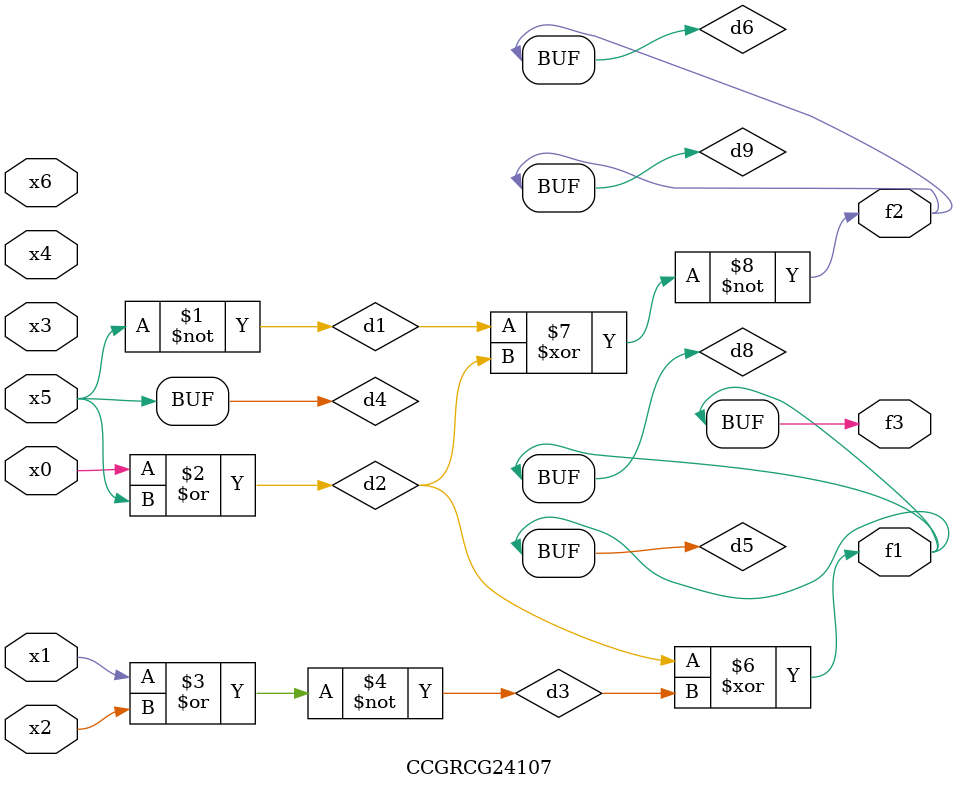
<source format=v>
module CCGRCG24107(
	input x0, x1, x2, x3, x4, x5, x6,
	output f1, f2, f3
);

	wire d1, d2, d3, d4, d5, d6, d7, d8, d9;

	nand (d1, x5);
	or (d2, x0, x5);
	nor (d3, x1, x2);
	xnor (d4, d1);
	xor (d5, d2, d3);
	xnor (d6, d1, d2);
	not (d7, x4);
	buf (d8, d5);
	xor (d9, d6);
	assign f1 = d8;
	assign f2 = d9;
	assign f3 = d8;
endmodule

</source>
